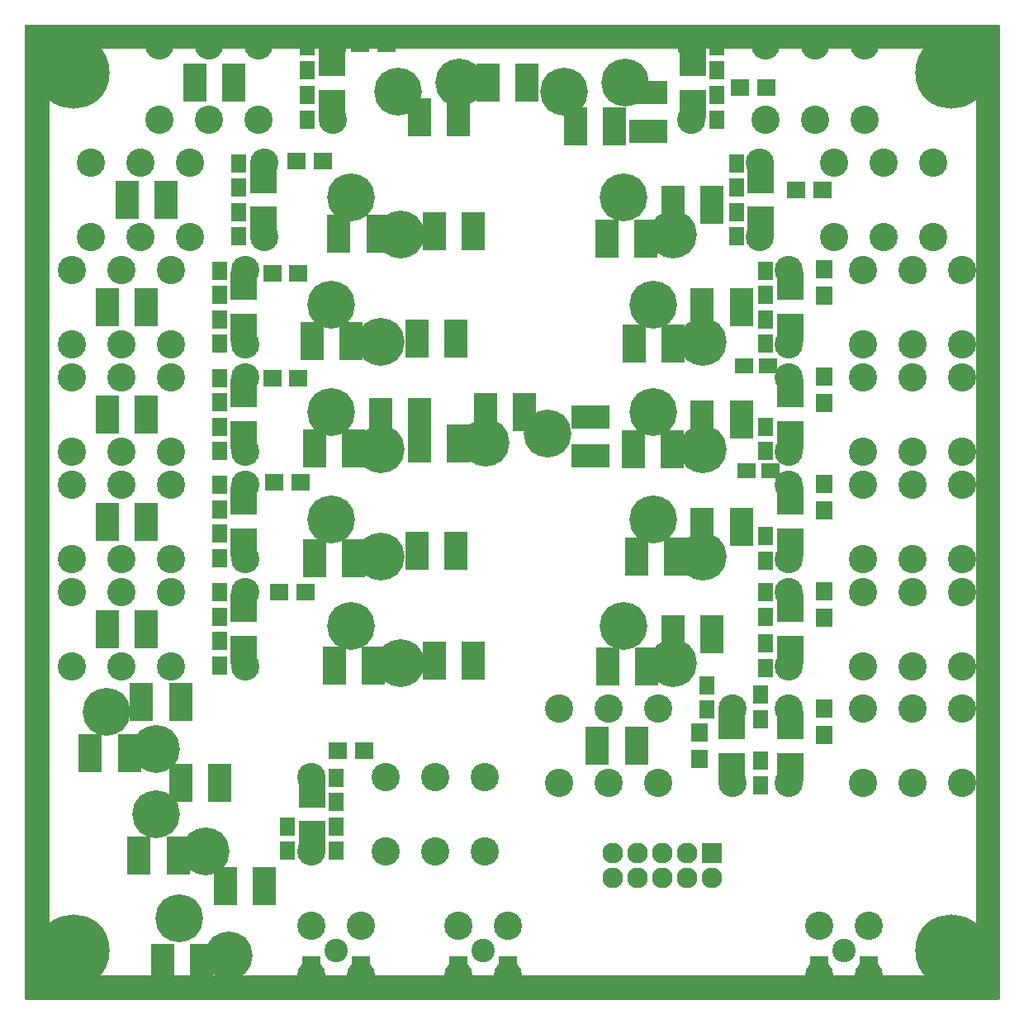
<source format=gbs>
G04 #@! TF.FileFunction,Soldermask,Bot*
%FSLAX46Y46*%
G04 Gerber Fmt 4.6, Leading zero omitted, Abs format (unit mm)*
G04 Created by KiCad (PCBNEW 4.0.7) date 01/05/18 19:13:59*
%MOMM*%
%LPD*%
G01*
G04 APERTURE LIST*
%ADD10C,0.100000*%
%ADD11R,2.127200X2.127200*%
%ADD12O,2.127200X2.127200*%
%ADD13C,2.900000*%
%ADD14R,1.650000X1.900000*%
%ADD15C,4.900000*%
%ADD16R,1.900000X1.650000*%
%ADD17C,2.398980*%
%ADD18C,2.899360*%
%ADD19C,7.400000*%
%ADD20R,2.400000X3.900000*%
%ADD21R,2.700000X2.900000*%
%ADD22R,1.900000X1.700000*%
%ADD23R,1.700000X1.900000*%
%ADD24R,3.900000X2.400000*%
%ADD25R,1.900000X4.400000*%
%ADD26C,0.254000*%
G04 APERTURE END LIST*
D10*
D11*
X125500000Y-130000000D03*
D12*
X125500000Y-132540000D03*
X122960000Y-130000000D03*
X122960000Y-132540000D03*
X120420000Y-130000000D03*
X120420000Y-132540000D03*
X117880000Y-130000000D03*
X117880000Y-132540000D03*
X115340000Y-130000000D03*
X115340000Y-132540000D03*
D13*
X133380000Y-70190000D03*
X133380000Y-77810000D03*
X141000000Y-70190000D03*
X141000000Y-77810000D03*
X146080000Y-70190000D03*
X146080000Y-77810000D03*
X151160000Y-70190000D03*
X151160000Y-77810000D03*
D14*
X130500000Y-120500000D03*
X130500000Y-123000000D03*
D15*
X119460000Y-95730000D03*
X124540000Y-99540000D03*
D13*
X127620000Y-122810000D03*
X127620000Y-115190000D03*
X120000000Y-122810000D03*
X120000000Y-115190000D03*
X114920000Y-122810000D03*
X114920000Y-115190000D03*
X109840000Y-122810000D03*
X109840000Y-115190000D03*
X86620000Y-54810000D03*
X86620000Y-47190000D03*
X79000000Y-54810000D03*
X79000000Y-47190000D03*
X73920000Y-54810000D03*
X73920000Y-47190000D03*
X68840000Y-54810000D03*
X68840000Y-47190000D03*
X133380000Y-103190000D03*
X133380000Y-110810000D03*
X141000000Y-103190000D03*
X141000000Y-110810000D03*
X146080000Y-103190000D03*
X146080000Y-110810000D03*
X151160000Y-103190000D03*
X151160000Y-110810000D03*
D15*
X86460000Y-95730000D03*
X91540000Y-99540000D03*
D14*
X84000000Y-47250000D03*
X84000000Y-49750000D03*
X77000000Y-59250000D03*
X77000000Y-61750000D03*
X75000000Y-70250000D03*
X75000000Y-72750000D03*
X75000000Y-81250000D03*
X75000000Y-83750000D03*
X75000000Y-92250000D03*
X75000000Y-94750000D03*
X75000000Y-103250000D03*
X75000000Y-105750000D03*
X84000000Y-54750000D03*
X84000000Y-52250000D03*
X128000000Y-66750000D03*
X128000000Y-64250000D03*
X75000000Y-77750000D03*
X75000000Y-75250000D03*
X75000000Y-88750000D03*
X75000000Y-86250000D03*
X75000000Y-99750000D03*
X75000000Y-97250000D03*
X75000000Y-110750000D03*
X75000000Y-108250000D03*
X126000000Y-49750000D03*
X126000000Y-47250000D03*
X128000000Y-61750000D03*
X128000000Y-59250000D03*
X131000000Y-72750000D03*
X131000000Y-70250000D03*
D16*
X128750000Y-80000000D03*
X131250000Y-80000000D03*
X129000000Y-90750000D03*
X131500000Y-90750000D03*
D14*
X131000000Y-105750000D03*
X131000000Y-103250000D03*
X126000000Y-54750000D03*
X126000000Y-52250000D03*
X77000000Y-66750000D03*
X77000000Y-64250000D03*
X131000000Y-77750000D03*
X131000000Y-75250000D03*
X131000000Y-88750000D03*
X131000000Y-86250000D03*
X131000000Y-100000000D03*
X131000000Y-97500000D03*
X131000000Y-111000000D03*
X131000000Y-108500000D03*
X82000000Y-129750000D03*
X82000000Y-127250000D03*
X87000000Y-129750000D03*
X87000000Y-127250000D03*
D17*
X102000000Y-140000000D03*
D18*
X104540000Y-137460000D03*
X104540000Y-142540000D03*
X99460000Y-142540000D03*
X99460000Y-137460000D03*
D17*
X139000000Y-140000000D03*
D18*
X141540000Y-137460000D03*
X141540000Y-142540000D03*
X136460000Y-142540000D03*
X136460000Y-137460000D03*
D19*
X60000000Y-50000000D03*
X150000000Y-140000000D03*
X60000000Y-140000000D03*
X150000000Y-50000000D03*
D17*
X87000000Y-140000000D03*
D18*
X89540000Y-137460000D03*
X89540000Y-142540000D03*
X84460000Y-142540000D03*
X84460000Y-137460000D03*
D15*
X86460000Y-84730000D03*
X91540000Y-88540000D03*
X75940000Y-140470000D03*
X70860000Y-136660000D03*
X93305923Y-51898026D03*
X99592102Y-51000000D03*
X88460000Y-62730000D03*
X93540000Y-66540000D03*
X86460000Y-73730000D03*
X91540000Y-77540000D03*
X88460000Y-106730000D03*
X93540000Y-110540000D03*
X73540000Y-129770000D03*
X68460000Y-125960000D03*
X110305923Y-51898026D03*
X116592102Y-51000000D03*
X116460000Y-62730000D03*
X121540000Y-66540000D03*
X119460000Y-73730000D03*
X124540000Y-77540000D03*
X116460000Y-106730000D03*
X121540000Y-110540000D03*
X68540000Y-119270000D03*
X63460000Y-115460000D03*
X119460000Y-84730000D03*
X124540000Y-88540000D03*
D13*
X84380000Y-122190000D03*
X84380000Y-129810000D03*
X92000000Y-122190000D03*
X92000000Y-129810000D03*
X97080000Y-122190000D03*
X97080000Y-129810000D03*
X102160000Y-122190000D03*
X102160000Y-129810000D03*
X79620000Y-66810000D03*
X79620000Y-59190000D03*
X72000000Y-66810000D03*
X72000000Y-59190000D03*
X66920000Y-66810000D03*
X66920000Y-59190000D03*
X61840000Y-66810000D03*
X61840000Y-59190000D03*
X77620000Y-77810000D03*
X77620000Y-70190000D03*
X70000000Y-77810000D03*
X70000000Y-70190000D03*
X64920000Y-77810000D03*
X64920000Y-70190000D03*
X59840000Y-77810000D03*
X59840000Y-70190000D03*
X77620000Y-88810000D03*
X77620000Y-81190000D03*
X70000000Y-88810000D03*
X70000000Y-81190000D03*
X64920000Y-88810000D03*
X64920000Y-81190000D03*
X59840000Y-88810000D03*
X59840000Y-81190000D03*
X77620000Y-99810000D03*
X77620000Y-92190000D03*
X70000000Y-99810000D03*
X70000000Y-92190000D03*
X64920000Y-99810000D03*
X64920000Y-92190000D03*
X59840000Y-99810000D03*
X59840000Y-92190000D03*
X77620000Y-110810000D03*
X77620000Y-103190000D03*
X70000000Y-110810000D03*
X70000000Y-103190000D03*
X64920000Y-110810000D03*
X64920000Y-103190000D03*
X59840000Y-110810000D03*
X59840000Y-103190000D03*
X123380000Y-47190000D03*
X123380000Y-54810000D03*
X131000000Y-47190000D03*
X131000000Y-54810000D03*
X136080000Y-47190000D03*
X136080000Y-54810000D03*
X141160000Y-47190000D03*
X141160000Y-54810000D03*
X130380000Y-59190000D03*
X130380000Y-66810000D03*
X138000000Y-59190000D03*
X138000000Y-66810000D03*
X143080000Y-59190000D03*
X143080000Y-66810000D03*
X148160000Y-59190000D03*
X148160000Y-66810000D03*
X133380000Y-81190000D03*
X133380000Y-88810000D03*
X141000000Y-81190000D03*
X141000000Y-88810000D03*
X146080000Y-81190000D03*
X146080000Y-88810000D03*
X151160000Y-81190000D03*
X151160000Y-88810000D03*
X133380000Y-92190000D03*
X133380000Y-99810000D03*
X141000000Y-92190000D03*
X141000000Y-99810000D03*
X146080000Y-92190000D03*
X146080000Y-99810000D03*
X151160000Y-92190000D03*
X151160000Y-99810000D03*
D14*
X87000000Y-122250000D03*
X87000000Y-124750000D03*
X125000000Y-115250000D03*
X125000000Y-112750000D03*
D20*
X117750000Y-119000000D03*
X113750000Y-119000000D03*
D14*
X130500000Y-113750000D03*
X130500000Y-116250000D03*
D13*
X133380000Y-115190000D03*
X133380000Y-122810000D03*
X141000000Y-115190000D03*
X141000000Y-122810000D03*
X146080000Y-115190000D03*
X146080000Y-122810000D03*
X151160000Y-115190000D03*
X151160000Y-122810000D03*
D21*
X84500000Y-128150000D03*
X84500000Y-123850000D03*
X123500000Y-53150000D03*
X123500000Y-48850000D03*
X86500000Y-53150000D03*
X86500000Y-48850000D03*
X79500000Y-65150000D03*
X79500000Y-60850000D03*
X77500000Y-76150000D03*
X77500000Y-71850000D03*
X77500000Y-87150000D03*
X77500000Y-82850000D03*
X77500000Y-98150000D03*
X77500000Y-93850000D03*
X77500000Y-109150000D03*
X77500000Y-104850000D03*
X127500000Y-121150000D03*
X127500000Y-116850000D03*
X130500000Y-65150000D03*
X130500000Y-60850000D03*
X133500000Y-87150000D03*
X133500000Y-82850000D03*
X133500000Y-98150000D03*
X133500000Y-93850000D03*
X133500000Y-109150000D03*
X133500000Y-104850000D03*
X133500000Y-121150000D03*
X133500000Y-116850000D03*
X133500000Y-76150000D03*
X133500000Y-71850000D03*
D15*
X102305923Y-87898026D03*
X108592102Y-87000000D03*
D22*
X89400000Y-47000000D03*
X92100000Y-47000000D03*
X82900000Y-59000000D03*
X85600000Y-59000000D03*
X80400000Y-70500000D03*
X83100000Y-70500000D03*
X80400000Y-81250000D03*
X83100000Y-81250000D03*
X80650000Y-92000000D03*
X83350000Y-92000000D03*
X81150000Y-103250000D03*
X83850000Y-103250000D03*
D23*
X124200000Y-117650000D03*
X124200000Y-120350000D03*
D22*
X131100000Y-51500000D03*
X128400000Y-51500000D03*
X136850000Y-62000000D03*
X134150000Y-62000000D03*
D23*
X137000000Y-70150000D03*
X137000000Y-72850000D03*
X137000000Y-83850000D03*
X137000000Y-81150000D03*
X137000000Y-94850000D03*
X137000000Y-92150000D03*
X137000000Y-105850000D03*
X137000000Y-103150000D03*
X137000000Y-117850000D03*
X137000000Y-115150000D03*
D22*
X87150000Y-119500000D03*
X89850000Y-119500000D03*
D20*
X63500000Y-85000000D03*
X67500000Y-85000000D03*
X84750000Y-88500000D03*
X88750000Y-88500000D03*
X73200000Y-141200000D03*
X69200000Y-141200000D03*
X95500000Y-85250000D03*
X91500000Y-85250000D03*
X72500000Y-51000000D03*
X76500000Y-51000000D03*
X65500000Y-63000000D03*
X69500000Y-63000000D03*
X63500000Y-74000000D03*
X67500000Y-74000000D03*
X63500000Y-96000000D03*
X67500000Y-96000000D03*
X63500000Y-107000000D03*
X67500000Y-107000000D03*
X79600000Y-133400000D03*
X75600000Y-133400000D03*
X95500000Y-54500000D03*
X99500000Y-54500000D03*
X87250000Y-66500000D03*
X91250000Y-66500000D03*
X84500000Y-77500000D03*
X88500000Y-77500000D03*
X84750000Y-99750000D03*
X88750000Y-99750000D03*
X86750000Y-110750000D03*
X90750000Y-110750000D03*
X70750000Y-130250000D03*
X66750000Y-130250000D03*
X95500000Y-88000000D03*
X99500000Y-88000000D03*
X106500000Y-51000000D03*
X102500000Y-51000000D03*
X101000000Y-66250000D03*
X97000000Y-66250000D03*
X99250000Y-77250000D03*
X95250000Y-77250000D03*
X102250000Y-84750000D03*
X106250000Y-84750000D03*
X99250000Y-99000000D03*
X95250000Y-99000000D03*
X101000000Y-110250000D03*
X97000000Y-110250000D03*
X75000000Y-122750000D03*
X71000000Y-122750000D03*
X111500000Y-55500000D03*
X115500000Y-55500000D03*
X114750000Y-67000000D03*
X118750000Y-67000000D03*
X117500000Y-77750000D03*
X121500000Y-77750000D03*
D24*
X113000000Y-89250000D03*
X113000000Y-85250000D03*
D20*
X117750000Y-99600000D03*
X121750000Y-99600000D03*
X114800000Y-110800000D03*
X118800000Y-110800000D03*
X65750000Y-119750000D03*
X61750000Y-119750000D03*
D24*
X119000000Y-56000000D03*
X119000000Y-52000000D03*
D20*
X125500000Y-63500000D03*
X121500000Y-63500000D03*
X128500000Y-74000000D03*
X124500000Y-74000000D03*
X128500000Y-96500000D03*
X124500000Y-96500000D03*
X125500000Y-107500000D03*
X121500000Y-107500000D03*
X117400000Y-88600000D03*
X121400000Y-88600000D03*
X128500000Y-85500000D03*
X124500000Y-85500000D03*
X67000000Y-114500000D03*
X71000000Y-114500000D03*
D25*
X104540000Y-142800000D03*
X99460000Y-142800000D03*
X89540000Y-142800000D03*
X84460000Y-142800000D03*
X141540000Y-142800000D03*
X136460000Y-142800000D03*
D26*
G36*
X154873000Y-144873000D02*
X55127000Y-144873000D01*
X55127000Y-47500000D01*
X57373000Y-47500000D01*
X57373000Y-142500000D01*
X57383006Y-142549410D01*
X57411447Y-142591035D01*
X57453841Y-142618315D01*
X57500000Y-142627000D01*
X152500000Y-142627000D01*
X152549410Y-142616994D01*
X152591035Y-142588553D01*
X152618315Y-142546159D01*
X152627000Y-142500000D01*
X152627000Y-47500000D01*
X152616994Y-47450590D01*
X152588553Y-47408965D01*
X152546159Y-47381685D01*
X152500000Y-47373000D01*
X57500000Y-47373000D01*
X57450590Y-47383006D01*
X57408965Y-47411447D01*
X57381685Y-47453841D01*
X57373000Y-47500000D01*
X55127000Y-47500000D01*
X55127000Y-45127000D01*
X154873000Y-45127000D01*
X154873000Y-144873000D01*
X154873000Y-144873000D01*
G37*
X154873000Y-144873000D02*
X55127000Y-144873000D01*
X55127000Y-47500000D01*
X57373000Y-47500000D01*
X57373000Y-142500000D01*
X57383006Y-142549410D01*
X57411447Y-142591035D01*
X57453841Y-142618315D01*
X57500000Y-142627000D01*
X152500000Y-142627000D01*
X152549410Y-142616994D01*
X152591035Y-142588553D01*
X152618315Y-142546159D01*
X152627000Y-142500000D01*
X152627000Y-47500000D01*
X152616994Y-47450590D01*
X152588553Y-47408965D01*
X152546159Y-47381685D01*
X152500000Y-47373000D01*
X57500000Y-47373000D01*
X57450590Y-47383006D01*
X57408965Y-47411447D01*
X57381685Y-47453841D01*
X57373000Y-47500000D01*
X55127000Y-47500000D01*
X55127000Y-45127000D01*
X154873000Y-45127000D01*
X154873000Y-144873000D01*
M02*

</source>
